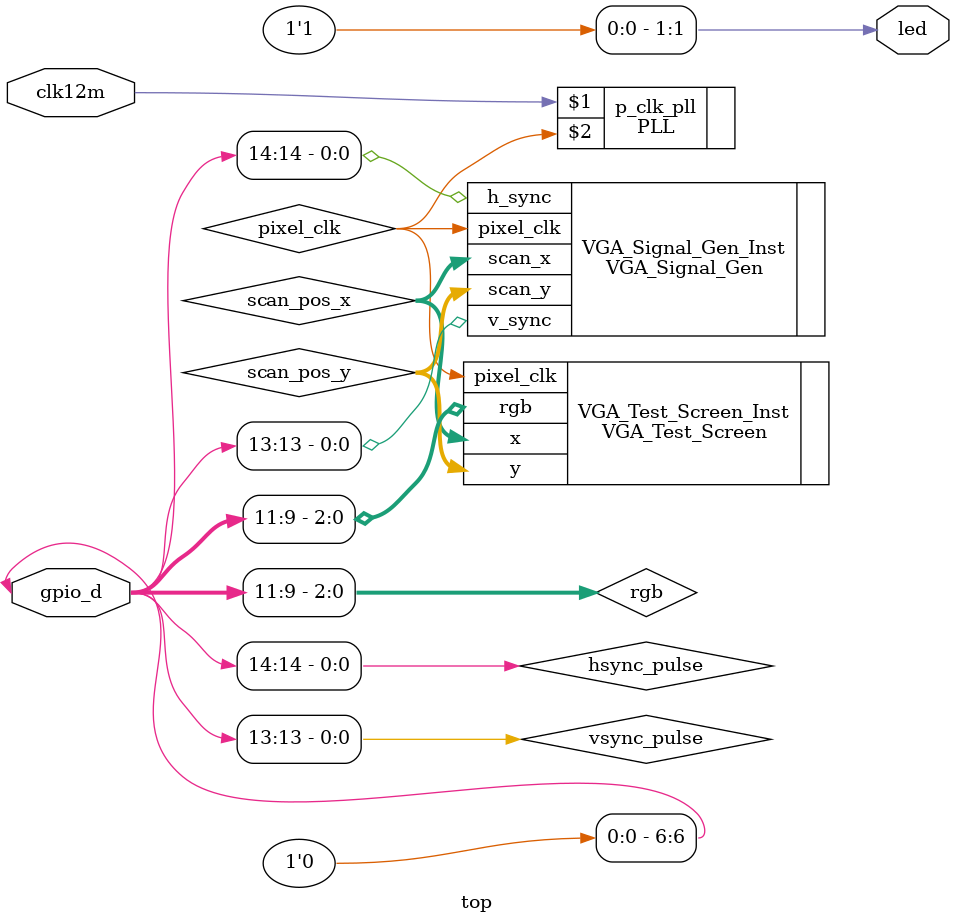
<source format=sv>
module top (
	// Main 12M clock
	input logic clk12m,
	// Header GPIO
	inout  logic [14:0] gpio_d,
	// Onboard LEDs
	output logic  [8:1] led
);
	wire pixel_clk;
	
	PLL p_clk_pll (clk12m, pixel_clk);
	
	wire vsync_pulse, hsync_pulse;
	
	// 1111111111 = NO DRAW
	wire [10:0] scan_pos_x;
	wire [10:0] scan_pos_y;
	
	wire [2:0] rgb;

	VGA_Signal_Gen VGA_Signal_Gen_Inst(
		.pixel_clk(pixel_clk),
		.scan_x(scan_pos_x),
		.scan_y(scan_pos_y),
		.h_sync(hsync_pulse),
		.v_sync(vsync_pulse)
	);
	
	VGA_Test_Screen VGA_Test_Screen_Inst(
		.pixel_clk(pixel_clk),
		.x(scan_pos_x),
		.y(scan_pos_y),
		.rgb(rgb)
	);
	
	assign gpio_d[14] = hsync_pulse;
	assign gpio_d[13] = vsync_pulse;
	
	assign gpio_d[11:9] = rgb;
	
	// OopSS, need a fake ground pin here
	assign gpio_d[6] = 0;

	assign led[1] = 1;
	
endmodule

</source>
